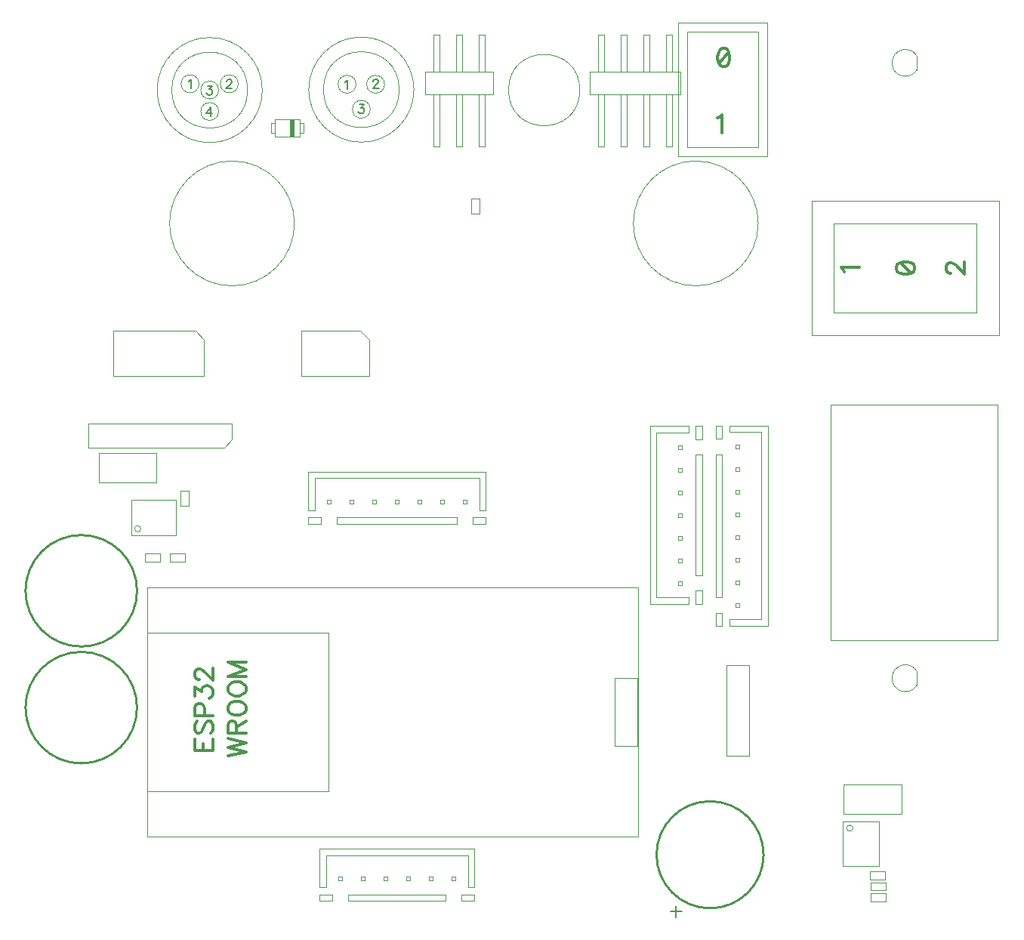
<source format=gbr>
G04 DipTrace 4.3.0.5*
G04 TopAssembly.gbr*
%MOIN*%
G04 #@! TF.FileFunction,Drawing,Top*
G04 #@! TF.Part,Single*
%ADD11C,0.000004*%
%ADD13C,0.004724*%
%ADD24C,0.01*%
%ADD42C,0.005*%
%ADD110C,0.012351*%
%ADD111C,0.006176*%
%FSLAX26Y26*%
G04*
G70*
G90*
G75*
G01*
G04 TopAssy*
%LPD*%
X1062992Y736220D2*
D13*
X3228346D1*
Y1838583D1*
X1062992D1*
Y736220D1*
X1061417Y937402D2*
X1861417D1*
Y1637402D1*
X1061417D1*
Y937402D1*
X3127165Y1137402D2*
X3227165D1*
Y1437402D1*
X3127165D1*
Y1137402D1*
X4320867Y584644D2*
X4253938D1*
Y549211D1*
X4320867D1*
Y584644D1*
X525591Y1307087D2*
D24*
G02X525591Y1307087I246063J0D01*
G01*
Y1822835D2*
G02X525591Y1822835I246063J0D01*
G01*
X1210630Y2265748D2*
D13*
Y2198819D1*
X1246063D1*
Y2265748D1*
X1210630D1*
X1736220Y3828740D2*
Y3903543D1*
X1625984D1*
Y3828740D1*
X1736220D1*
X1753937Y3845472D2*
Y3886811D1*
X1736220D1*
Y3845472D1*
X1753937D1*
X1625984D2*
Y3886811D1*
X1608268D1*
Y3845472D1*
X1625984D1*
G36*
X1712598Y3828740D2*
Y3903543D1*
X1692913D1*
Y3828740D1*
X1712598D1*
G37*
X1775591Y4035433D2*
D13*
G02X1775591Y4035433I232283J0D01*
G01*
X1840551D2*
G02X1840551Y4035433I167323J0D01*
G01*
X1968504Y3948819D2*
G02X1968504Y3948819I39370J0D01*
G01*
X1905512Y4059055D2*
G02X1905512Y4059055I39370J0D01*
G01*
X2031496D2*
G02X2031496Y4059055I39370J0D01*
G01*
X1106299Y4033465D2*
G02X1106299Y4033465I232283J0D01*
G01*
X1171260D2*
G02X1171260Y4033465I167323J0D01*
G01*
X1299213D2*
G02X1299213Y4033465I39370J0D01*
G01*
Y3938976D2*
G02X1299213Y3938976I39370J0D01*
G01*
X1212598Y4061024D2*
G02X1212598Y4061024I39370J0D01*
G01*
X1385827D2*
G02X1385827Y4061024I39370J0D01*
G01*
X2657480Y4033465D2*
G02X2657480Y4033465I157480J0D01*
G01*
X2525591Y4276772D2*
Y4114567D1*
X2553150D1*
Y4276772D1*
X2525591D1*
X2289370Y4114567D2*
Y4014567D1*
X2589370D1*
Y4114567D1*
X2289370D1*
X2425984Y4276378D2*
Y4114567D1*
X2453543D1*
Y4276378D1*
X2425984D1*
X2425591Y4014567D2*
Y3784646D1*
X2453150D1*
Y4014567D1*
X2425591D1*
X2325591Y4276772D2*
Y4114567D1*
X2353150D1*
Y4276772D1*
X2325591D1*
Y4014567D2*
Y3785039D1*
X2353150D1*
Y4014567D1*
X2325591D1*
X2525591D2*
Y3784646D1*
X2553150D1*
Y4014567D1*
X2525591D1*
X3352362Y4276378D2*
Y4114567D1*
X3379921D1*
Y4276378D1*
X3352362D1*
X3252362D2*
Y4114567D1*
X3279921D1*
Y4276378D1*
X3252362D1*
X3352362Y4014567D2*
Y3784646D1*
X3379921D1*
Y4014567D1*
X3352362D1*
X3016142Y4114567D2*
Y4014567D1*
X3416142D1*
Y4114567D1*
X3016142D1*
X3152362Y4276378D2*
Y4114567D1*
X3179921D1*
Y4276378D1*
X3152362D1*
Y4014567D2*
Y3784646D1*
X3179921D1*
Y4014567D1*
X3152362D1*
X3052362Y4276378D2*
Y4114567D1*
X3079921D1*
Y4276378D1*
X3052362D1*
Y4014567D2*
Y3784646D1*
X3079921D1*
Y4014567D1*
X3052362D1*
X3252362D2*
Y3784646D1*
X3279921D1*
Y4014567D1*
X3252362D1*
X1161417Y3444882D2*
G02X1161417Y3444882I275591J0D01*
G01*
X3208661D2*
G02X3208661Y3444882I275591J0D01*
G01*
X1402231Y2455512D2*
X803150D1*
Y2560236D1*
X1437008D1*
Y2490289D1*
X1402231Y2455512D1*
X2001969Y2971260D2*
X2041339Y2931890D1*
Y2771260D1*
X1741339D1*
Y2971260D1*
X2001969D1*
X1275197D2*
X1314567Y2931890D1*
Y2771260D1*
X914567D1*
Y2971260D1*
X1275197D1*
X1907055Y542882D2*
D11*
Y559480D1*
X1923654Y542882D2*
X1907055D1*
X1923654Y559480D2*
Y542882D1*
X1907055Y559480D2*
X1923654D1*
X1880854Y481181D2*
Y453181D1*
Y481181D2*
X1823354D1*
Y453181D2*
Y481181D1*
X1880854Y453181D2*
X1823354D1*
X2507354Y481181D2*
X2449854D1*
Y453181D1*
X2507354D2*
X2449854D1*
X2507354Y481181D2*
Y453181D1*
X2380854Y481181D2*
Y453181D1*
Y481181D2*
X1949854D1*
Y453181D1*
X2380854D2*
X1949854D1*
X1851354Y655181D2*
X2479354D1*
Y513181D1*
X2507354D2*
X2479354D1*
X2507354Y683181D2*
Y513181D1*
X1823354Y683181D2*
X2507354D1*
X1823354Y513181D2*
Y683181D1*
X1851354Y513181D2*
X1823354D1*
X1851354D2*
Y655181D1*
X2007055Y542882D2*
Y559480D1*
X2023654Y542882D2*
X2007055D1*
X2023654Y559480D2*
Y542882D1*
X2007055Y559480D2*
X2023654D1*
X2107055Y542882D2*
Y559480D1*
X2123654Y542882D2*
X2107055D1*
X2123654Y559480D2*
Y542882D1*
X2107055Y559480D2*
X2123654D1*
X2207055Y542882D2*
Y559480D1*
X2223654Y542882D2*
X2207055D1*
X2223654Y559480D2*
Y542882D1*
X2207055Y559480D2*
X2223654D1*
X2307055Y542882D2*
Y559480D1*
X2323654Y542882D2*
X2307055D1*
X2323654Y559480D2*
Y542882D1*
X2307055Y559480D2*
X2323654D1*
X2407055Y542882D2*
Y559480D1*
X2423654Y542882D2*
X2407055D1*
X2423654Y559480D2*
Y542882D1*
X2407055Y559480D2*
X2423654D1*
X3421685Y1849181D2*
X3405087D1*
X3421685Y1865780D2*
Y1849181D1*
X3405087Y1865780D2*
X3421685D1*
X3405087Y1849181D2*
Y1865780D1*
X3483386Y1822980D2*
X3511386D1*
X3483386D2*
Y1765480D1*
X3511386D2*
X3483386D1*
X3511386Y1822980D2*
Y1765480D1*
X3483386Y2549480D2*
Y2491980D1*
X3511386D1*
Y2549480D2*
Y2491980D1*
X3483386Y2549480D2*
X3511386D1*
X3483386Y2422980D2*
X3511386D1*
X3483386D2*
Y1891980D1*
X3511386D1*
Y2422980D2*
Y1891980D1*
X3309386Y1793480D2*
Y2521480D1*
X3451386D1*
Y2549480D2*
Y2521480D1*
X3281386Y2549480D2*
X3451386D1*
X3281386Y1765480D2*
Y2549480D1*
X3451386Y1765480D2*
X3281386D1*
X3451386Y1793480D2*
Y1765480D1*
Y1793480D2*
X3309386D1*
X3421685Y1949181D2*
X3405087D1*
X3421685Y1965780D2*
Y1949181D1*
X3405087Y1965780D2*
X3421685D1*
X3405087Y1949181D2*
Y1965780D1*
X3421685Y2049181D2*
X3405087D1*
X3421685Y2065780D2*
Y2049181D1*
X3405087Y2065780D2*
X3421685D1*
X3405087Y2049181D2*
Y2065780D1*
X3421685Y2149181D2*
X3405087D1*
X3421685Y2165780D2*
Y2149181D1*
X3405087Y2165780D2*
X3421685D1*
X3405087Y2149181D2*
Y2165780D1*
X3421685Y2249181D2*
X3405087D1*
X3421685Y2265780D2*
Y2249181D1*
X3405087Y2265780D2*
X3421685D1*
X3405087Y2249181D2*
Y2265780D1*
X3421685Y2349181D2*
X3405087D1*
X3421685Y2365780D2*
Y2349181D1*
X3405087Y2365780D2*
X3421685D1*
X3405087Y2349181D2*
Y2365780D1*
X3421685Y2449181D2*
X3405087D1*
X3421685Y2465780D2*
Y2449181D1*
X3405087Y2465780D2*
X3421685D1*
X3405087Y2449181D2*
Y2465780D1*
X1857055Y2208236D2*
Y2224835D1*
X1873654Y2208236D2*
X1857055D1*
X1873654Y2224835D2*
Y2208236D1*
X1857055Y2224835D2*
X1873654D1*
X1830854Y2146535D2*
Y2118535D1*
Y2146535D2*
X1773354D1*
Y2118535D2*
Y2146535D1*
X1830854Y2118535D2*
X1773354D1*
X2557354Y2146535D2*
X2499854D1*
Y2118535D1*
X2557354D2*
X2499854D1*
X2557354Y2146535D2*
Y2118535D1*
X2430854Y2146535D2*
Y2118535D1*
Y2146535D2*
X1899854D1*
Y2118535D1*
X2430854D2*
X1899854D1*
X1801354Y2320535D2*
X2529354D1*
Y2178535D1*
X2557354D2*
X2529354D1*
X2557354Y2348535D2*
Y2178535D1*
X1773354Y2348535D2*
X2557354D1*
X1773354Y2178535D2*
Y2348535D1*
X1801354Y2178535D2*
X1773354D1*
X1801354D2*
Y2320535D1*
X1957055Y2208236D2*
Y2224835D1*
X1973654Y2208236D2*
X1957055D1*
X1973654Y2224835D2*
Y2208236D1*
X1957055Y2224835D2*
X1973654D1*
X2057055Y2208236D2*
Y2224835D1*
X2073654Y2208236D2*
X2057055D1*
X2073654Y2224835D2*
Y2208236D1*
X2057055Y2224835D2*
X2073654D1*
X2157055Y2208236D2*
Y2224835D1*
X2173654Y2208236D2*
X2157055D1*
X2173654Y2224835D2*
Y2208236D1*
X2157055Y2224835D2*
X2173654D1*
X2257055Y2208236D2*
Y2224835D1*
X2273654Y2208236D2*
X2257055D1*
X2273654Y2224835D2*
Y2208236D1*
X2257055Y2224835D2*
X2273654D1*
X2357055Y2208236D2*
Y2224835D1*
X2373654Y2208236D2*
X2357055D1*
X2373654Y2224835D2*
Y2208236D1*
X2357055Y2224835D2*
X2373654D1*
X2457055Y2208236D2*
Y2224835D1*
X2473654Y2208236D2*
X2457055D1*
X2473654Y2224835D2*
Y2208236D1*
X2457055Y2224835D2*
X2473654D1*
X3660992Y2468535D2*
X3677591D1*
X3660992Y2451937D2*
Y2468535D1*
X3677591Y2451937D2*
X3660992D1*
X3677591Y2468535D2*
Y2451937D1*
X3599291Y2494736D2*
X3571291D1*
X3599291D2*
Y2552236D1*
X3571291D2*
X3599291D1*
X3571291Y2494736D2*
Y2552236D1*
X3599291Y1668236D2*
Y1725736D1*
X3571291D1*
Y1668236D2*
Y1725736D1*
X3599291Y1668236D2*
X3571291D1*
X3599291Y1794736D2*
X3571291D1*
X3599291D2*
Y2425736D1*
X3571291D1*
Y1794736D2*
Y2425736D1*
X3773291Y2524236D2*
Y1696236D1*
X3631291D1*
Y1668236D2*
Y1696236D1*
X3801291Y1668236D2*
X3631291D1*
X3801291Y2552236D2*
Y1668236D1*
X3631291Y2552236D2*
X3801291D1*
X3631291Y2524236D2*
Y2552236D1*
Y2524236D2*
X3773291D1*
X3660992Y2368535D2*
X3677591D1*
X3660992Y2351937D2*
Y2368535D1*
X3677591Y2351937D2*
X3660992D1*
X3677591Y2368535D2*
Y2351937D1*
X3660992Y2268535D2*
X3677591D1*
X3660992Y2251937D2*
Y2268535D1*
X3677591Y2251937D2*
X3660992D1*
X3677591Y2268535D2*
Y2251937D1*
X3660992Y2168535D2*
X3677591D1*
X3660992Y2151937D2*
Y2168535D1*
X3677591Y2151937D2*
X3660992D1*
X3677591Y2168535D2*
Y2151937D1*
X3660992Y2068535D2*
X3677591D1*
X3660992Y2051937D2*
Y2068535D1*
X3677591Y2051937D2*
X3660992D1*
X3677591Y2068535D2*
Y2051937D1*
X3660992Y1968535D2*
X3677591D1*
X3660992Y1951937D2*
Y1968535D1*
X3677591Y1951937D2*
X3660992D1*
X3677591Y1968535D2*
Y1951937D1*
X3660992Y1768535D2*
X3677591D1*
X3660992Y1751937D2*
Y1768535D1*
X3677591Y1751937D2*
X3660992D1*
X3677591Y1768535D2*
Y1751937D1*
X3660992Y1868535D2*
X3677591D1*
X3660992Y1851937D2*
Y1868535D1*
X3677591Y1851937D2*
X3660992D1*
X3677591Y1868535D2*
Y1851937D1*
X3719291Y1495276D2*
D13*
X3619291D1*
Y1095276D1*
X3719291D1*
Y1495276D1*
X3311024Y657480D2*
D24*
G02X3311024Y657480I236220J0D01*
G01*
X3397244Y382480D2*
D42*
Y432480D1*
X3372244Y407480D2*
X3422244D1*
X2494094Y3553150D2*
D13*
Y3486220D1*
X2529528D1*
Y3553150D1*
X2494094D1*
X4135828Y838581D2*
X4391734D1*
Y968503D1*
X4135828D1*
Y838581D1*
X4322836Y535432D2*
X4255907D1*
Y499999D1*
X4322836D1*
Y535432D1*
Y488188D2*
X4255907D1*
Y452755D1*
X4322836D1*
Y488188D1*
X848425Y2301181D2*
X1104331D1*
Y2431102D1*
X848425D1*
Y2301181D1*
X1053150Y1950787D2*
X1120079D1*
Y1986220D1*
X1053150D1*
Y1950787D1*
X1230315Y1986220D2*
X1163386D1*
Y1950787D1*
X1230315D1*
Y1986220D1*
X3405512Y4330709D2*
Y3740157D1*
X3799213D1*
Y4330709D1*
X3405512D1*
X3444882Y4291339D2*
Y3779528D1*
X3759843D1*
Y4291339D1*
X3444882D1*
X4078740Y2643701D2*
Y1604331D1*
X4814961D1*
Y2643701D1*
X4078740D1*
X4291340Y606298D2*
Y803148D1*
X4133860D1*
Y606298D1*
X4291340D1*
X4149608Y774605D2*
G02X4149608Y774605I13780J0D01*
G01*
X3996063Y2952756D2*
X4822835D1*
Y3543307D1*
X3996063D1*
Y2952756D1*
X4094488Y3051181D2*
X4724409D1*
Y3444882D1*
X4094488D1*
Y3051181D1*
X4460839Y4182907D2*
G03X4459857Y4122522I-51388J-29365D01*
G01*
X4460631Y4181101D2*
Y4122046D1*
X4460839Y1466371D2*
G03X4459857Y1405987I-51388J-29365D01*
G01*
X4460631Y1464566D2*
Y1405510D1*
X1188976Y2224409D2*
X992126D1*
Y2066929D1*
X1188976D1*
Y2224409D1*
X1006890Y2096457D2*
G02X1006890Y2096457I13780J0D01*
G01*
X1272803Y1168125D2*
D110*
Y1118426D1*
X1353187D1*
Y1168125D1*
X1311094Y1118426D2*
Y1149024D1*
X1284299Y1246417D2*
X1276606Y1238812D1*
X1272803Y1227316D1*
Y1212017D1*
X1276606Y1200521D1*
X1284299Y1192828D1*
X1291904D1*
X1299598Y1196719D1*
X1303400Y1200521D1*
X1307203Y1208126D1*
X1314896Y1231118D1*
X1318699Y1238812D1*
X1322590Y1242614D1*
X1330195Y1246417D1*
X1341691D1*
X1349296Y1238812D1*
X1353187Y1227316D1*
Y1212017D1*
X1349296Y1200521D1*
X1341691Y1192828D1*
X1314896Y1271120D2*
Y1305608D1*
X1311094Y1317016D1*
X1307203Y1320907D1*
X1299598Y1324709D1*
X1288102D1*
X1280497Y1320907D1*
X1276606Y1317016D1*
X1272803Y1305608D1*
Y1271120D1*
X1353187D1*
X1272892Y1357105D2*
Y1399110D1*
X1303489Y1376207D1*
Y1387703D1*
X1307291Y1395308D1*
X1311094Y1399110D1*
X1322590Y1403001D1*
X1330195D1*
X1341691Y1399110D1*
X1349385Y1391505D1*
X1353187Y1380009D1*
Y1368513D1*
X1349385Y1357105D1*
X1345494Y1353303D1*
X1337889Y1349412D1*
X1291993Y1431595D2*
X1288190D1*
X1280497Y1435398D1*
X1276694Y1439200D1*
X1272892Y1446894D1*
Y1462192D1*
X1276694Y1469797D1*
X1280497Y1473600D1*
X1288190Y1477491D1*
X1295795D1*
X1303489Y1473600D1*
X1314896Y1465995D1*
X1353187Y1427704D1*
Y1481293D1*
X1418452Y1093577D2*
X1498837Y1112767D1*
X1418452Y1131868D1*
X1498837Y1150969D1*
X1418452Y1170159D1*
X1456743Y1194862D2*
Y1229261D1*
X1452852Y1240757D1*
X1449050Y1244648D1*
X1441445Y1248451D1*
X1433751D1*
X1426146Y1244648D1*
X1422255Y1240757D1*
X1418452Y1229261D1*
Y1194862D1*
X1498837D1*
X1456743Y1221656D2*
X1498837Y1248451D1*
X1418452Y1296146D2*
X1422255Y1288452D1*
X1429949Y1280847D1*
X1437554Y1276956D1*
X1449050Y1273154D1*
X1468239D1*
X1479647Y1276956D1*
X1487340Y1280847D1*
X1494946Y1288452D1*
X1498837Y1296146D1*
Y1311444D1*
X1494946Y1319049D1*
X1487340Y1326743D1*
X1479647Y1330546D1*
X1468239Y1334348D1*
X1449050D1*
X1437554Y1330546D1*
X1429949Y1326743D1*
X1422255Y1319049D1*
X1418452Y1311444D1*
Y1296146D1*
Y1382043D2*
X1422255Y1374349D1*
X1429949Y1366744D1*
X1437554Y1362853D1*
X1449050Y1359051D1*
X1468239D1*
X1479647Y1362853D1*
X1487340Y1366744D1*
X1494946Y1374349D1*
X1498837Y1382043D1*
Y1397342D1*
X1494946Y1404947D1*
X1487340Y1412640D1*
X1479647Y1416443D1*
X1468239Y1420245D1*
X1449050D1*
X1437554Y1416443D1*
X1429949Y1412640D1*
X1422255Y1404947D1*
X1418452Y1397342D1*
Y1382043D1*
X1498837Y1506143D2*
X1418452D1*
X1498837Y1475545D1*
X1418452Y1444948D1*
X1498837D1*
X1936159Y4069291D2*
D111*
X1940005Y4071236D1*
X1945754Y4076940D1*
Y4036792D1*
X1998323Y3970641D2*
X2019325D1*
X2007874Y3955342D1*
X2013622D1*
X2017424Y3953441D1*
X2019325Y3951540D1*
X2021271Y3945792D1*
Y3941989D1*
X2019325Y3936241D1*
X2015523Y3932394D1*
X2009775Y3930493D1*
X2004027D1*
X1998323Y3932394D1*
X1996422Y3934340D1*
X1994476Y3938142D1*
X2060151Y4071326D2*
Y4073228D1*
X2062053Y4077074D1*
X2063954Y4078976D1*
X2067801Y4080877D1*
X2075450D1*
X2079253Y4078976D1*
X2081154Y4077074D1*
X2083099Y4073228D1*
Y4069425D1*
X2081154Y4065578D1*
X2077351Y4059875D1*
X2058206Y4040729D1*
X2085001D1*
X1245608Y4072440D2*
X1249454Y4074386D1*
X1255202Y4080090D1*
Y4039942D1*
X1412907Y4070539D2*
Y4072440D1*
X1414809Y4076287D1*
X1416710Y4078188D1*
X1420557Y4080090D1*
X1428206D1*
X1432009Y4078188D1*
X1433910Y4076287D1*
X1435855Y4072440D1*
Y4068638D1*
X1433910Y4064791D1*
X1430107Y4059087D1*
X1410962Y4039942D1*
X1437757D1*
X1328194Y4052531D2*
X1349197D1*
X1337745Y4037232D1*
X1343493D1*
X1347296Y4035331D1*
X1349197Y4033429D1*
X1351142Y4027681D1*
Y4023879D1*
X1349197Y4018131D1*
X1345394Y4014284D1*
X1339646Y4012383D1*
X1333898D1*
X1328194Y4014284D1*
X1326293Y4016230D1*
X1324348Y4020032D1*
X1341591Y3917895D2*
Y3958042D1*
X1322446Y3931292D1*
X1351142D1*
X3603971Y4216872D2*
D110*
X3592475Y4213070D1*
X3584781Y4201574D1*
X3580979Y4182472D1*
Y4170976D1*
X3584781Y4151875D1*
X3592475Y4140379D1*
X3603971Y4136577D1*
X3611576D1*
X3623072Y4140379D1*
X3630677Y4151875D1*
X3634568Y4170976D1*
Y4182472D1*
X3630677Y4201574D1*
X3623072Y4213070D1*
X3611576Y4216872D1*
X3603971D1*
X3630677Y4201574D2*
X3584781Y4151875D1*
X3580979Y3910275D2*
X3588672Y3914166D1*
X3600168Y3925574D1*
Y3845278D1*
X4140946Y3230585D2*
X4137055Y3238279D1*
X4125648Y3249775D1*
X4205943D1*
X4369742Y3244230D2*
X4373545Y3232733D1*
X4385041Y3225040D1*
X4404142Y3221237D1*
X4415638D1*
X4434739Y3225040D1*
X4446235Y3232733D1*
X4450038Y3244230D1*
Y3251835D1*
X4446235Y3263331D1*
X4434739Y3270936D1*
X4415638Y3274827D1*
X4404142D1*
X4385041Y3270936D1*
X4373545Y3263331D1*
X4369742Y3251835D1*
Y3244230D1*
X4385041Y3270936D2*
X4434739Y3225040D1*
X4609316Y3225128D2*
X4605513D1*
X4597820Y3228931D1*
X4594017Y3232733D1*
X4590214Y3240427D1*
Y3255726D1*
X4594017Y3263331D1*
X4597820Y3267133D1*
X4605513Y3271024D1*
X4613118D1*
X4620812Y3267133D1*
X4632219Y3259528D1*
X4670510Y3221237D1*
Y3274827D1*
M02*

</source>
